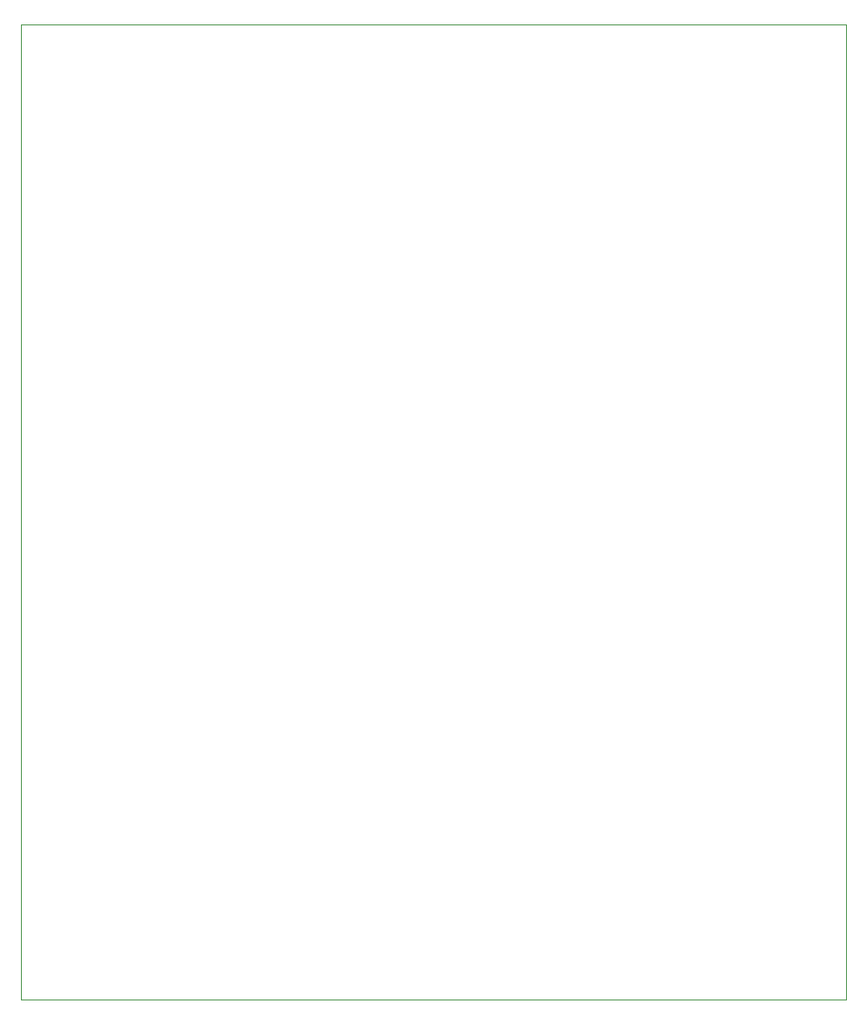
<source format=gbr>
%TF.GenerationSoftware,KiCad,Pcbnew,8.0.6*%
%TF.CreationDate,2024-11-20T17:21:21-05:00*%
%TF.ProjectId,RailsidePDB,5261696c-7369-4646-9550-44422e6b6963,rev?*%
%TF.SameCoordinates,Original*%
%TF.FileFunction,Profile,NP*%
%FSLAX46Y46*%
G04 Gerber Fmt 4.6, Leading zero omitted, Abs format (unit mm)*
G04 Created by KiCad (PCBNEW 8.0.6) date 2024-11-20 17:21:21*
%MOMM*%
%LPD*%
G01*
G04 APERTURE LIST*
%TA.AperFunction,Profile*%
%ADD10C,0.050000*%
%TD*%
G04 APERTURE END LIST*
D10*
X51000000Y-63500000D02*
X131000000Y-63500000D01*
X131000000Y-158000000D01*
X51000000Y-158000000D01*
X51000000Y-63500000D01*
M02*

</source>
